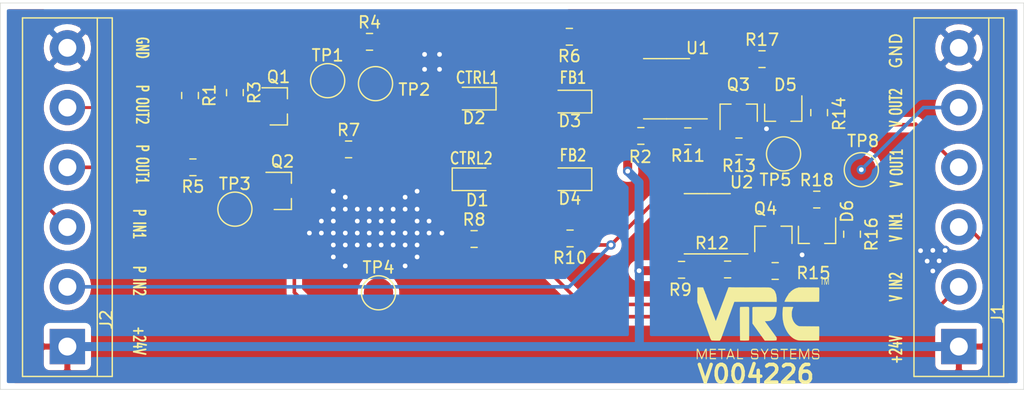
<source format=kicad_pcb>
(kicad_pcb (version 20171130) (host pcbnew "(5.1.6)-1")
  (layers (0 F.Cu signal) (31 B.Cu signal) (34 B.Paste user) (35 F.Paste user) (36 B.SilkS user) (37 F.SilkS user) (38 B.Mask user) (39 F.Mask user) (44 Edge.Cuts user))
  (net 0 "")
  (net 1 "Net-(D1-Pad2)")
  (net 2 "Net-(D2-Pad2)")
  (net 3 "Net-(D3-Pad2)")
  (net 4 "Net-(D4-Pad2)")
  (net 5 "Net-(J1-Pad2)")
  (net 6 "Net-(J1-Pad3)")
  (net 7 +24V)
  (net 8 "Net-(J1-Pad4)")
  (net 9 "Net-(J1-Pad5)")
  (net 10 GND)
  (net 11 "Net-(J2-Pad5)")
  (net 12 "Net-(J2-Pad4)")
  (net 13 "Net-(J2-Pad3)")
  (net 14 "Net-(J2-Pad2)")
  (net 15 "Net-(Q1-Pad1)")
  (net 16 "Net-(Q2-Pad1)")
  (net 17 "Net-(R11-Pad1)")
  (net 18 "Net-(R12-Pad1)")
  (net 19 "Net-(D5-Pad1)")
  (net 20 "Net-(D6-Pad1)")
  (net 21 "Net-(Q3-Pad3)")
  (net 22 "Net-(Q4-Pad3)")
  (module Resistor_SMD:R_0805_2012Metric_Pad1.15x1.40mm_HandSolder (layer F.Cu) (at 171.323 86.5632)
    (fp_text reference R18 (at 0 -1.65) (layer F.SilkS))
    (fp_text value 5k)
    (pad 2 smd roundrect (at 1.025 0) (size 1.15 1.4) (layers F.Cu F.Paste F.Mask) (roundrect_rratio 0.217391) (net 10 GND))
    (pad 1 smd roundrect (at -1.025 0) (size 1.15 1.4) (layers F.Cu F.Paste F.Mask) (roundrect_rratio 0.217391) (net 22 "Net-(Q4-Pad3)"))
  )
  (module Resistor_SMD:R_0805_2012Metric_Pad1.15x1.40mm_HandSolder (layer F.Cu) (at 166.6748 74.6252)
    (fp_text reference R17 (at 0 -1.65) (layer F.SilkS))
    (fp_text value 5k)
    (pad 2 smd roundrect (at 1.025 0) (size 1.15 1.4) (layers F.Cu F.Paste F.Mask) (roundrect_rratio 0.217391) (net 10 GND))
    (pad 1 smd roundrect (at -1.025 0) (size 1.15 1.4) (layers F.Cu F.Paste F.Mask) (roundrect_rratio 0.217391) (net 21 "Net-(Q3-Pad3)"))
  )
  (module Diode_SMD:D_SOT-23_ANK (layer F.Cu) (at 171.3484 89.535 270)
    (fp_text reference D6 (at -1.9812 -2.54 90) (layer F.SilkS))
    (fp_text value BZX84C5V1LT3G)
    (pad 1 smd rect (at 1 0 270) (size 0.9 0.8) (layers F.Cu F.Paste F.Mask) (net 20 "Net-(D6-Pad1)"))
    (pad "" smd rect (at -1 0.95 270) (size 0.9 0.8) (layers F.Cu F.Paste F.Mask))
    (pad 2 smd rect (at -1 -0.95 270) (size 0.9 0.8) (layers F.Cu F.Paste F.Mask) (net 10 GND))
  )
  (module Lib:VRCLogo (layer F.Cu) (at 166.1414 96.393)
    (fp_text reference LG1 hide)
    (fp_text value Logo hide)
  )
  (module Package_SO:Infineon_PG-DSO-8-27_3.9x4.9mm_EP2.65x3mm (layer F.Cu) (at 162.0266 88.6206 180)
    (fp_text reference U2 (at -2.921 3.5306 180) (layer F.SilkS))
    (fp_text value BTS4175SGA)
    (pad 8 smd roundrect (at 2.625 -1.905 180) (size 1.65 0.6) (layers F.Cu F.Paste F.Mask) (net 7 +24V))
    (pad 7 smd roundrect (at 2.625 -0.635 180) (size 1.65 0.6) (layers F.Cu F.Paste F.Mask) (net 7 +24V))
    (pad 6 smd roundrect (at 2.625 0.635 180) (size 1.65 0.6) (layers F.Cu F.Paste F.Mask) (net 7 +24V))
    (pad 5 smd roundrect (at 2.625 1.905 180) (size 1.65 0.6) (layers F.Cu F.Paste F.Mask) (net 7 +24V))
    (pad 4 smd roundrect (at -2.625 1.905 180) (size 1.65 0.6) (layers F.Cu F.Paste F.Mask) (net 10 GND))
    (pad 3 smd roundrect (at -2.625 0.635 180) (size 1.65 0.6) (layers F.Cu F.Paste F.Mask) (net 14 "Net-(J2-Pad2)"))
    (pad 2 smd roundrect (at -2.625 -0.635 180) (size 1.65 0.6) (layers F.Cu F.Paste F.Mask) (net 22 "Net-(Q4-Pad3)"))
    (pad 1 smd roundrect (at -2.625 -1.905 180) (size 1.65 0.6) (layers F.Cu F.Paste F.Mask) (net 18 "Net-(R12-Pad1)"))
  )
  (module Resistor_SMD:R_0805_2012Metric_Pad1.15x1.40mm_HandSolder (layer F.Cu) (at 174.3202 89.5096 270)
    (fp_text reference R16 (at 0 -1.65 90) (layer F.SilkS))
    (fp_text value 5k)
    (pad 2 smd roundrect (at 1.025 0 270) (size 1.15 1.4) (layers F.Cu F.Paste F.Mask) (roundrect_rratio 0.217391) (net 10 GND))
    (pad 1 smd roundrect (at -1.025 0 270) (size 1.15 1.4) (layers F.Cu F.Paste F.Mask) (roundrect_rratio 0.217391) (net 9 "Net-(J1-Pad5)"))
  )
  (module Resistor_SMD:R_0805_2012Metric_Pad1.15x1.40mm_HandSolder (layer F.Cu) (at 167.7924 92.6338 180)
    (fp_text reference R15 (at -3.2512 -0.1778) (layer F.SilkS))
    (fp_text value 5k)
    (pad 2 smd roundrect (at 1.025 0 180) (size 1.15 1.4) (layers F.Cu F.Paste F.Mask) (roundrect_rratio 0.217391) (net 20 "Net-(D6-Pad1)"))
    (pad 1 smd roundrect (at -1.025 0 180) (size 1.15 1.4) (layers F.Cu F.Paste F.Mask) (roundrect_rratio 0.217391) (net 9 "Net-(J1-Pad5)"))
  )
  (module Resistor_SMD:R_0805_2012Metric_Pad1.15x1.40mm_HandSolder (layer F.Cu) (at 171.5262 79.1718 90)
    (fp_text reference R14 (at -0.1016 1.7018 90) (layer F.SilkS))
    (fp_text value 5k)
    (pad 2 smd roundrect (at 1.025 0 90) (size 1.15 1.4) (layers F.Cu F.Paste F.Mask) (roundrect_rratio 0.217391) (net 10 GND))
    (pad 1 smd roundrect (at -1.025 0 90) (size 1.15 1.4) (layers F.Cu F.Paste F.Mask) (roundrect_rratio 0.217391) (net 8 "Net-(J1-Pad4)"))
  )
  (module Resistor_SMD:R_0805_2012Metric_Pad1.15x1.40mm_HandSolder (layer F.Cu) (at 164.719 82.042 180)
    (fp_text reference R13 (at 0 -1.65) (layer F.SilkS))
    (fp_text value 5k)
    (pad 2 smd roundrect (at 1.025 0 180) (size 1.15 1.4) (layers F.Cu F.Paste F.Mask) (roundrect_rratio 0.217391) (net 19 "Net-(D5-Pad1)"))
    (pad 1 smd roundrect (at -1.025 0 180) (size 1.15 1.4) (layers F.Cu F.Paste F.Mask) (roundrect_rratio 0.217391) (net 8 "Net-(J1-Pad4)"))
  )
  (module Resistor_SMD:R_0805_2012Metric_Pad1.15x1.40mm_HandSolder (layer F.Cu) (at 159.8422 92.5322)
    (fp_text reference R9 (at -0.1016 1.7018) (layer F.SilkS))
    (fp_text value 5k)
    (pad 1 smd roundrect (at -1.025 0) (size 1.15 1.4) (layers F.Cu F.Paste F.Mask) (roundrect_rratio 0.217391) (net 7 +24V))
    (pad 2 smd roundrect (at 1.025 0) (size 1.15 1.4) (layers F.Cu F.Paste F.Mask) (roundrect_rratio 0.217391) (net 22 "Net-(Q4-Pad3)"))
  )
  (module Resistor_SMD:R_0805_2012Metric_Pad1.15x1.40mm_HandSolder (layer F.Cu) (at 156.3878 81.153)
    (fp_text reference R2 (at -0.0508 1.778) (layer F.SilkS))
    (fp_text value 5k)
    (pad 1 smd roundrect (at -1.025 0) (size 1.15 1.4) (layers F.Cu F.Paste F.Mask) (roundrect_rratio 0.217391) (net 7 +24V))
    (pad 2 smd roundrect (at 1.025 0) (size 1.15 1.4) (layers F.Cu F.Paste F.Mask) (roundrect_rratio 0.217391) (net 21 "Net-(Q3-Pad3)"))
  )
  (module Package_TO_SOT_SMD:SOT-23 (layer F.Cu) (at 167.64 89.5858 90)
    (fp_text reference Q4 (at 2.2479 -0.6731 180) (layer F.SilkS))
    (fp_text value BSS138)
    (pad 1 smd rect (at -1 -0.95 90) (size 0.9 0.8) (layers F.Cu F.Paste F.Mask) (net 20 "Net-(D6-Pad1)"))
    (pad 2 smd rect (at -1 0.95 90) (size 0.9 0.8) (layers F.Cu F.Paste F.Mask) (net 10 GND))
    (pad 3 smd rect (at 1 0 90) (size 0.9 0.8) (layers F.Cu F.Paste F.Mask) (net 22 "Net-(Q4-Pad3)"))
  )
  (module Package_TO_SOT_SMD:SOT-23 (layer F.Cu) (at 164.6936 79.2066 90)
    (fp_text reference Q3 (at 2.413 -0.0254 180) (layer F.SilkS))
    (fp_text value BSS138)
    (pad 1 smd rect (at -1 -0.95 90) (size 0.9 0.8) (layers F.Cu F.Paste F.Mask) (net 19 "Net-(D5-Pad1)"))
    (pad 2 smd rect (at -1 0.95 90) (size 0.9 0.8) (layers F.Cu F.Paste F.Mask) (net 10 GND))
    (pad 3 smd rect (at 1 0 90) (size 0.9 0.8) (layers F.Cu F.Paste F.Mask) (net 21 "Net-(Q3-Pad3)"))
  )
  (module Diode_SMD:D_SOT-23_ANK (layer F.Cu) (at 168.4782 79.1464 270)
    (fp_text reference D5 (at -2.3368 -0.1778 180) (layer F.SilkS))
    (fp_text value ‎BZX84C5V1LT3G)
    (pad 2 smd rect (at -1 -0.95 270) (size 0.9 0.8) (layers F.Cu F.Paste F.Mask) (net 10 GND))
    (pad "" smd rect (at -1 0.95 270) (size 0.9 0.8) (layers F.Cu F.Paste F.Mask))
    (pad 1 smd rect (at 1 0 270) (size 0.9 0.8) (layers F.Cu F.Paste F.Mask) (net 19 "Net-(D5-Pad1)"))
  )
  (module Resistor_SMD:R_0805_2012Metric_Pad1.15x1.40mm_HandSolder (layer F.Cu) (at 163.7538 92.5068 180)
    (fp_text reference R12 (at 1.3208 2.2352) (layer F.SilkS))
    (fp_text value 150)
    (pad 2 smd roundrect (at 1.025 0 180) (size 1.15 1.4) (layers F.Cu F.Paste F.Mask) (roundrect_rratio 0.217391) (net 10 GND))
    (pad 1 smd roundrect (at -1.025 0 180) (size 1.15 1.4) (layers F.Cu F.Paste F.Mask) (roundrect_rratio 0.217391) (net 18 "Net-(R12-Pad1)"))
  )
  (module Resistor_SMD:R_0805_2012Metric_Pad1.15x1.40mm_HandSolder (layer F.Cu) (at 160.3756 81.1784 180)
    (fp_text reference R11 (at 0 -1.65) (layer F.SilkS))
    (fp_text value 150)
    (pad 2 smd roundrect (at 1.025 0 180) (size 1.15 1.4) (layers F.Cu F.Paste F.Mask) (roundrect_rratio 0.217391) (net 10 GND))
    (pad 1 smd roundrect (at -1.025 0 180) (size 1.15 1.4) (layers F.Cu F.Paste F.Mask) (roundrect_rratio 0.217391) (net 17 "Net-(R11-Pad1)"))
  )
  (module TerminalBlock:TerminalBlock_bornier-6_P5.08mm (layer F.Cu) (at 183.388 99.06 90)
    (fp_text reference J1 (at 2.794 3.302 90) (layer F.SilkS))
    (fp_text value Screw_Terminal_01x06)
    (pad 2 thru_hole circle (at 5.08 0 90) (size 3 3) (drill 1.52) (layers *.Cu *.Mask) (net 5 "Net-(J1-Pad2)"))
    (pad 3 thru_hole circle (at 10.16 0 90) (size 3 3) (drill 1.52) (layers *.Cu *.Mask) (net 6 "Net-(J1-Pad3)"))
    (pad 1 thru_hole rect (at 0 0 90) (size 3 3) (drill 1.52) (layers *.Cu *.Mask) (net 7 +24V))
    (pad 4 thru_hole circle (at 15.24 0 90) (size 3 3) (drill 1.52) (layers *.Cu *.Mask) (net 8 "Net-(J1-Pad4)"))
    (pad 5 thru_hole circle (at 20.32 0 90) (size 3 3) (drill 1.52) (layers *.Cu *.Mask) (net 9 "Net-(J1-Pad5)"))
    (pad 6 thru_hole circle (at 25.4 0 90) (size 3 3) (drill 1.52) (layers *.Cu *.Mask) (net 10 GND))
  )
  (module Package_SO:Infineon_PG-DSO-8-27_3.9x4.9mm_EP2.65x3mm (layer F.Cu) (at 158.5722 77.1398 180)
    (fp_text reference U1 (at -2.6416 3.4544 180) (layer F.SilkS))
    (fp_text value BTS4175SGA)
    (pad 8 smd roundrect (at 2.625 -1.905 180) (size 1.65 0.6) (layers F.Cu F.Paste F.Mask) (net 7 +24V))
    (pad 7 smd roundrect (at 2.625 -0.635 180) (size 1.65 0.6) (layers F.Cu F.Paste F.Mask) (net 7 +24V))
    (pad 6 smd roundrect (at 2.625 0.635 180) (size 1.65 0.6) (layers F.Cu F.Paste F.Mask) (net 7 +24V))
    (pad 5 smd roundrect (at 2.625 1.905 180) (size 1.65 0.6) (layers F.Cu F.Paste F.Mask) (net 7 +24V))
    (pad 4 smd roundrect (at -2.625 1.905 180) (size 1.65 0.6) (layers F.Cu F.Paste F.Mask) (net 10 GND))
    (pad 3 smd roundrect (at -2.625 0.635 180) (size 1.65 0.6) (layers F.Cu F.Paste F.Mask) (net 13 "Net-(J2-Pad3)"))
    (pad 2 smd roundrect (at -2.625 -0.635 180) (size 1.65 0.6) (layers F.Cu F.Paste F.Mask) (net 21 "Net-(Q3-Pad3)"))
    (pad 1 smd roundrect (at -2.625 -1.905 180) (size 1.65 0.6) (layers F.Cu F.Paste F.Mask) (net 17 "Net-(R11-Pad1)"))
  )
  (module Package_TO_SOT_SMD:SOT-23 (layer F.Cu) (at 125.9586 85.8266)
    (fp_text reference Q2 (at 0 -2.5) (layer F.SilkS))
    (fp_text value BSS138)
    (pad 3 smd rect (at 1 0) (size 0.9 0.8) (layers F.Cu F.Paste F.Mask) (net 6 "Net-(J1-Pad3)"))
    (pad 2 smd rect (at -1 0.95) (size 0.9 0.8) (layers F.Cu F.Paste F.Mask) (net 10 GND))
    (pad 1 smd rect (at -1 -0.95) (size 0.9 0.8) (layers F.Cu F.Paste F.Mask) (net 16 "Net-(Q2-Pad1)"))
  )
  (module Package_TO_SOT_SMD:SOT-23 (layer F.Cu) (at 125.619 78.6384)
    (fp_text reference Q1 (at 0 -2.5) (layer F.SilkS))
    (fp_text value BSS138)
    (pad 3 smd rect (at 1 0) (size 0.9 0.8) (layers F.Cu F.Paste F.Mask) (net 5 "Net-(J1-Pad2)"))
    (pad 2 smd rect (at -1 0.95) (size 0.9 0.8) (layers F.Cu F.Paste F.Mask) (net 10 GND))
    (pad 1 smd rect (at -1 -0.95) (size 0.9 0.8) (layers F.Cu F.Paste F.Mask) (net 15 "Net-(Q1-Pad1)"))
  )
  (module Resistor_SMD:R_0805_2012Metric_Pad1.15x1.40mm_HandSolder (layer F.Cu) (at 150.3172 72.7202 180)
    (fp_text reference R6 (at 0 -1.65) (layer F.SilkS))
    (fp_text value 5K)
    (pad 2 smd roundrect (at 1.025 0 180) (size 1.15 1.4) (layers F.Cu F.Paste F.Mask) (roundrect_rratio 0.217391) (net 3 "Net-(D3-Pad2)"))
    (pad 1 smd roundrect (at -1.025 0 180) (size 1.15 1.4) (layers F.Cu F.Paste F.Mask) (roundrect_rratio 0.217391) (net 13 "Net-(J2-Pad3)"))
  )
  (module TerminalBlock:TerminalBlock_bornier-6_P5.08mm (layer F.Cu) (at 107.696 99.06 90)
    (fp_text reference J2 (at 2.286 3.302 90) (layer F.SilkS))
    (fp_text value Screw_Terminal_01x06)
    (pad 6 thru_hole circle (at 25.4 0 90) (size 3 3) (drill 1.52) (layers *.Cu *.Mask) (net 10 GND))
    (pad 5 thru_hole circle (at 20.32 0 90) (size 3 3) (drill 1.52) (layers *.Cu *.Mask) (net 11 "Net-(J2-Pad5)"))
    (pad 4 thru_hole circle (at 15.24 0 90) (size 3 3) (drill 1.52) (layers *.Cu *.Mask) (net 12 "Net-(J2-Pad4)"))
    (pad 1 thru_hole rect (at 0 0 90) (size 3 3) (drill 1.52) (layers *.Cu *.Mask) (net 7 +24V))
    (pad 3 thru_hole circle (at 10.16 0 90) (size 3 3) (drill 1.52) (layers *.Cu *.Mask) (net 13 "Net-(J2-Pad3)"))
    (pad 2 thru_hole circle (at 5.08 0 90) (size 3 3) (drill 1.52) (layers *.Cu *.Mask) (net 14 "Net-(J2-Pad2)"))
  )
  (module TestPoint:TestPoint_Pad_D2.5mm (layer F.Cu) (at 175.1076 84.0232)
    (fp_text reference TP8 (at 0.1524 -2.4384) (layer F.SilkS))
    (fp_text value TestPoint)
    (pad 1 smd circle (at 0 0) (size 2.5 2.5) (layers F.Cu F.Mask) (net 9 "Net-(J1-Pad5)"))
  )
  (module TestPoint:TestPoint_Pad_D2.5mm (layer F.Cu) (at 168.5036 82.677)
    (fp_text reference TP5 (at -0.6858 2.2098) (layer F.SilkS))
    (fp_text value TestPoint)
    (pad 1 smd circle (at 0 0) (size 2.5 2.5) (layers F.Cu F.Mask) (net 8 "Net-(J1-Pad4)"))
  )
  (module TestPoint:TestPoint_Pad_D2.5mm (layer F.Cu) (at 134.112 94.488)
    (fp_text reference TP4 (at 0 -2.148) (layer F.SilkS))
    (fp_text value TestPoint)
    (pad 1 smd circle (at 0 0) (size 2.5 2.5) (layers F.Cu F.Mask) (net 6 "Net-(J1-Pad3)"))
  )
  (module TestPoint:TestPoint_Pad_D2.5mm (layer F.Cu) (at 121.92 87.376)
    (fp_text reference TP3 (at 0 -2.148) (layer F.SilkS))
    (fp_text value TestPoint)
    (pad 1 smd circle (at 0 0) (size 2.5 2.5) (layers F.Cu F.Mask) (net 16 "Net-(Q2-Pad1)"))
  )
  (module TestPoint:TestPoint_Pad_D2.5mm (layer F.Cu) (at 133.858 76.708)
    (fp_text reference TP2 (at 3.302 0.508) (layer F.SilkS))
    (fp_text value TestPoint)
    (pad 1 smd circle (at 0 0) (size 2.5 2.5) (layers F.Cu F.Mask) (net 5 "Net-(J1-Pad2)"))
  )
  (module TestPoint:TestPoint_Pad_D2.5mm (layer F.Cu) (at 129.794 76.454)
    (fp_text reference TP1 (at 0 -2.148) (layer F.SilkS))
    (fp_text value TestPoint)
    (pad 1 smd circle (at 0 0) (size 2.5 2.5) (layers F.Cu F.Mask) (net 15 "Net-(Q1-Pad1)"))
  )
  (module Resistor_SMD:R_0805_2012Metric_Pad1.15x1.40mm_HandSolder (layer F.Cu) (at 133.35 73.152)
    (fp_text reference R4 (at 0 -1.65) (layer F.SilkS))
    (fp_text value 5K)
    (pad 2 smd roundrect (at 1.025 0) (size 1.15 1.4) (layers F.Cu F.Paste F.Mask) (roundrect_rratio 0.217391) (net 1 "Net-(D1-Pad2)"))
    (pad 1 smd roundrect (at -1.025 0) (size 1.15 1.4) (layers F.Cu F.Paste F.Mask) (roundrect_rratio 0.217391) (net 11 "Net-(J2-Pad5)"))
  )
  (module Resistor_SMD:R_0805_2012Metric_Pad1.15x1.40mm_HandSolder (layer F.Cu) (at 131.572 82.296)
    (fp_text reference R7 (at 0 -1.65) (layer F.SilkS))
    (fp_text value 5K)
    (pad 2 smd roundrect (at 1.025 0) (size 1.15 1.4) (layers F.Cu F.Paste F.Mask) (roundrect_rratio 0.217391) (net 2 "Net-(D2-Pad2)"))
    (pad 1 smd roundrect (at -1.025 0) (size 1.15 1.4) (layers F.Cu F.Paste F.Mask) (roundrect_rratio 0.217391) (net 12 "Net-(J2-Pad4)"))
  )
  (module Resistor_SMD:R_0805_2012Metric_Pad1.15x1.40mm_HandSolder (layer F.Cu) (at 121.92 77.47 270)
    (fp_text reference R3 (at 0 -1.65 90) (layer F.SilkS))
    (fp_text value 5k)
    (pad 2 smd roundrect (at 1.025 0 270) (size 1.15 1.4) (layers F.Cu F.Paste F.Mask) (roundrect_rratio 0.217391) (net 10 GND))
    (pad 1 smd roundrect (at -1.025 0 270) (size 1.15 1.4) (layers F.Cu F.Paste F.Mask) (roundrect_rratio 0.217391) (net 15 "Net-(Q1-Pad1)"))
  )
  (module Diode_SMD:D_0805_2012Metric_Pad1.15x1.40mm_HandSolder (layer F.Cu) (at 142.231 84.836)
    (fp_text reference D1 (at 0.263 1.778) (layer F.SilkS))
    (fp_text value LED)
    (pad 1 smd roundrect (at -1.025 0) (size 1.15 1.4) (layers F.Cu F.Paste F.Mask) (roundrect_rratio 0.217391) (net 10 GND))
    (pad 2 smd roundrect (at 1.025 0) (size 1.15 1.4) (layers F.Cu F.Paste F.Mask) (roundrect_rratio 0.217391) (net 1 "Net-(D1-Pad2)"))
  )
  (module Diode_SMD:D_0805_2012Metric_Pad1.15x1.40mm_HandSolder (layer F.Cu) (at 142.231 77.978 180)
    (fp_text reference D2 (at 0 -1.65) (layer F.SilkS))
    (fp_text value LED)
    (pad 2 smd roundrect (at 1.025 0 180) (size 1.15 1.4) (layers F.Cu F.Paste F.Mask) (roundrect_rratio 0.217391) (net 2 "Net-(D2-Pad2)"))
    (pad 1 smd roundrect (at -1.025 0 180) (size 1.15 1.4) (layers F.Cu F.Paste F.Mask) (roundrect_rratio 0.217391) (net 10 GND))
  )
  (module Diode_SMD:D_0805_2012Metric_Pad1.15x1.40mm_HandSolder (layer F.Cu) (at 150.359 78.232 180)
    (fp_text reference D3 (at 0 -1.65) (layer F.SilkS))
    (fp_text value LED)
    (pad 1 smd roundrect (at -1.025 0 180) (size 1.15 1.4) (layers F.Cu F.Paste F.Mask) (roundrect_rratio 0.217391) (net 10 GND))
    (pad 2 smd roundrect (at 1.025 0 180) (size 1.15 1.4) (layers F.Cu F.Paste F.Mask) (roundrect_rratio 0.217391) (net 3 "Net-(D3-Pad2)"))
  )
  (module Diode_SMD:D_0805_2012Metric_Pad1.15x1.40mm_HandSolder (layer F.Cu) (at 150.359 84.836 180)
    (fp_text reference D4 (at 0 -1.65) (layer F.SilkS))
    (fp_text value LED)
    (pad 2 smd roundrect (at 1.025 0 180) (size 1.15 1.4) (layers F.Cu F.Paste F.Mask) (roundrect_rratio 0.217391) (net 4 "Net-(D4-Pad2)"))
    (pad 1 smd roundrect (at -1.025 0 180) (size 1.15 1.4) (layers F.Cu F.Paste F.Mask) (roundrect_rratio 0.217391) (net 10 GND))
  )
  (module Resistor_SMD:R_0805_2012Metric_Pad1.15x1.40mm_HandSolder (layer F.Cu) (at 118.11 77.715 270)
    (fp_text reference R1 (at 0 -1.65 90) (layer F.SilkS))
    (fp_text value 5K)
    (pad 1 smd roundrect (at -1.025 0 270) (size 1.15 1.4) (layers F.Cu F.Paste F.Mask) (roundrect_rratio 0.217391) (net 15 "Net-(Q1-Pad1)"))
    (pad 2 smd roundrect (at 1.025 0 270) (size 1.15 1.4) (layers F.Cu F.Paste F.Mask) (roundrect_rratio 0.217391) (net 11 "Net-(J2-Pad5)"))
  )
  (module Resistor_SMD:R_0805_2012Metric_Pad1.15x1.40mm_HandSolder (layer F.Cu) (at 118.355 83.82 180)
    (fp_text reference R5 (at 0 -1.65) (layer F.SilkS))
    (fp_text value 5K)
    (pad 2 smd roundrect (at 1.025 0 180) (size 1.15 1.4) (layers F.Cu F.Paste F.Mask) (roundrect_rratio 0.217391) (net 12 "Net-(J2-Pad4)"))
    (pad 1 smd roundrect (at -1.025 0 180) (size 1.15 1.4) (layers F.Cu F.Paste F.Mask) (roundrect_rratio 0.217391) (net 16 "Net-(Q2-Pad1)"))
  )
  (module Resistor_SMD:R_0805_2012Metric_Pad1.15x1.40mm_HandSolder (layer F.Cu) (at 142.231 89.916)
    (fp_text reference R8 (at 0 -1.65) (layer F.SilkS))
    (fp_text value 5k)
    (pad 1 smd roundrect (at -1.025 0) (size 1.15 1.4) (layers F.Cu F.Paste F.Mask) (roundrect_rratio 0.217391) (net 16 "Net-(Q2-Pad1)"))
    (pad 2 smd roundrect (at 1.025 0) (size 1.15 1.4) (layers F.Cu F.Paste F.Mask) (roundrect_rratio 0.217391) (net 10 GND))
  )
  (module Resistor_SMD:R_0805_2012Metric_Pad1.15x1.40mm_HandSolder (layer F.Cu) (at 150.377 89.8652 180)
    (fp_text reference R10 (at 0 -1.65) (layer F.SilkS))
    (fp_text value 5K)
    (pad 2 smd roundrect (at 1.025 0 180) (size 1.15 1.4) (layers F.Cu F.Paste F.Mask) (roundrect_rratio 0.217391) (net 4 "Net-(D4-Pad2)"))
    (pad 1 smd roundrect (at -1.025 0 180) (size 1.15 1.4) (layers F.Cu F.Paste F.Mask) (roundrect_rratio 0.217391) (net 14 "Net-(J2-Pad2)"))
  )
  (gr_text "V OUT1\n\n" (at 178.9176 83.8708 90) (layer F.SilkS) (effects (font (size 1 0.6))))
  (gr_text V004226 (at 166.1414 101.3968) (layer F.SilkS) (effects (font (size 1.5 1.5) (thickness 0.3))))
  (gr_text "FB1\n" (at 150.622 76.2) (layer F.SilkS) (effects (font (size 1 0.8))))
  (gr_text "FB2\n" (at 150.622 82.804) (layer F.SilkS) (effects (font (size 1 0.8))))
  (gr_text "CTRL1\n" (at 142.494 76.2) (layer F.SilkS) (effects (font (size 1 0.8))))
  (gr_text "CTRL2\n" (at 141.986 83.058) (layer F.SilkS) (effects (font (size 1 0.8))))
  (gr_text "GND\n" (at 178.054 73.914 90) (layer F.SilkS) (effects (font (size 1 1))))
  (gr_text "GND\n" (at 114.046 73.66 270) (layer F.SilkS) (effects (font (size 1 0.6))))
  (gr_text "+24V\n" (at 178.054 99.314 90) (layer F.SilkS) (effects (font (size 1 0.6))))
  (gr_text "+24V\n" (at 113.792 98.552 270) (layer F.SilkS) (effects (font (size 1 0.6))))
  (gr_text "V OUT2\n" (at 178.054 78.74 90) (layer F.SilkS) (effects (font (size 1 0.6))))
  (gr_text "V IN2\n" (at 178.054 93.98 90) (layer F.SilkS) (effects (font (size 1 0.6))))
  (gr_text "V IN1\n" (at 178.054 88.9 90) (layer F.SilkS) (effects (font (size 1 0.6))))
  (gr_text "P OUT2\n" (at 114.046 78.486 270) (layer F.SilkS) (effects (font (size 1 0.6))))
  (gr_text "P OUT1\n" (at 114.046 83.566 270) (layer F.SilkS) (effects (font (size 1 0.6))))
  (gr_text "P IN2\n" (at 113.792 93.472 270) (layer F.SilkS) (effects (font (size 1 0.6))))
  (gr_text "P IN1\n" (at 113.792 88.646 270) (layer F.SilkS) (effects (font (size 1 0.6))))
  (gr_line (start 188.9 69.85) (end 102 69.85) (layer Edge.Cuts) (width 0.05))
  (gr_line (start 188.9 102.7) (end 188.9 69.85) (layer Edge.Cuts) (width 0.05))
  (gr_line (start 102 102.7) (end 188.9 102.7) (layer Edge.Cuts) (width 0.05))
  (gr_line (start 102 69.85) (end 102 102.7) (layer Edge.Cuts) (width 0.05))
  (segment (start 134.375 73.152) (end 143.002 73.152) (width 0.3048) (layer F.Cu) (net 1))
  (segment (start 143.002 73.152) (end 145.542 75.692) (width 0.3048) (layer F.Cu) (net 1))
  (segment (start 145.542 82.55) (end 143.256 84.836) (width 0.3048) (layer F.Cu) (net 1))
  (segment (start 145.542 75.692) (end 145.542 82.55) (width 0.3048) (layer F.Cu) (net 1))
  (segment (start 136.888 82.296) (end 141.206 77.978) (width 0.3048) (layer F.Cu) (net 2))
  (segment (start 132.597 82.296) (end 136.888 82.296) (width 0.3048) (layer F.Cu) (net 2))
  (segment (start 149.334 72.762) (end 149.2922 72.7202) (width 0.3048) (layer F.Cu) (net 3))
  (segment (start 149.334 78.232) (end 149.334 72.762) (width 0.3048) (layer F.Cu) (net 3))
  (segment (start 149.334 89.8472) (end 149.352 89.8652) (width 0.3048) (layer F.Cu) (net 4))
  (segment (start 149.334 84.836) (end 149.334 89.8472) (width 0.3048) (layer F.Cu) (net 4))
  (segment (start 181.888001 95.479999) (end 151.385399 95.479999) (width 0.3048) (layer F.Cu) (net 5))
  (segment (start 183.388 93.98) (end 181.888001 95.479999) (width 0.3048) (layer F.Cu) (net 5))
  (segment (start 142.13341 77.27847) (end 141.56294 76.708) (width 0.3048) (layer F.Cu) (net 5))
  (segment (start 142.13341 86.22801) (end 142.13341 77.27847) (width 0.3048) (layer F.Cu) (net 5))
  (segment (start 141.56294 76.708) (end 133.858 76.708) (width 0.3048) (layer F.Cu) (net 5))
  (segment (start 151.385399 95.479999) (end 142.13341 86.22801) (width 0.3048) (layer F.Cu) (net 5))
  (segment (start 131.826 78.74) (end 133.858 76.708) (width 0.3048) (layer F.Cu) (net 5))
  (segment (start 127 78.74) (end 131.826 78.74) (width 0.3048) (layer F.Cu) (net 5))
  (segment (start 186.69 91.44) (end 184.15 88.9) (width 0.3048) (layer F.Cu) (net 6))
  (segment (start 126.968 85.918) (end 126.968 94.456) (width 0.3048) (layer F.Cu) (net 6))
  (segment (start 126.968 94.456) (end 129.032 96.52) (width 0.3048) (layer F.Cu) (net 6))
  (segment (start 184.658 96.52) (end 186.69 94.488) (width 0.3048) (layer F.Cu) (net 6))
  (segment (start 186.69 94.488) (end 186.69 91.44) (width 0.3048) (layer F.Cu) (net 6))
  (segment (start 134.112 96.266) (end 133.858 96.52) (width 0.3048) (layer F.Cu) (net 6))
  (segment (start 134.112 94.488) (end 134.112 96.266) (width 0.3048) (layer F.Cu) (net 6))
  (segment (start 129.032 96.52) (end 133.858 96.52) (width 0.3048) (layer F.Cu) (net 6))
  (segment (start 133.858 96.52) (end 184.658 96.52) (width 0.3048) (layer F.Cu) (net 6))
  (segment (start 164.338 99.06) (end 184.15 99.06) (width 0.762) (layer B.Cu) (net 7))
  (segment (start 106.68 99.06) (end 154.7495 99.06) (width 0.762) (layer B.Cu) (net 7))
  (segment (start 154.7495 99.06) (end 155.8544 99.06) (width 0.762) (layer B.Cu) (net 7))
  (segment (start 155.3628 79.6292) (end 155.9472 79.0448) (width 0.762) (layer F.Cu) (net 7))
  (segment (start 155.3628 81.153) (end 155.3628 79.6292) (width 0.762) (layer F.Cu) (net 7))
  (segment (start 155.9472 75.2348) (end 155.9472 79.0448) (width 0.762) (layer F.Cu) (net 7))
  (via (at 156.2354 92.6084) (size 0.8) (drill 0.4) (layers F.Cu B.Cu) (net 7))
  (segment (start 156.2608 99.06) (end 164.338 99.06) (width 0.762) (layer B.Cu) (net 7))
  (segment (start 156.2608 92.6338) (end 156.2354 92.6084) (width 0.762) (layer B.Cu) (net 7))
  (segment (start 156.2608 99.06) (end 156.2608 92.6338) (width 0.762) (layer B.Cu) (net 7))
  (segment (start 155.8544 99.06) (end 156.2608 99.06) (width 0.762) (layer B.Cu) (net 7))
  (via (at 155.2702 84.1502) (size 0.8) (drill 0.4) (layers F.Cu B.Cu) (net 7))
  (segment (start 156.2354 92.6084) (end 156.2354 85.1154) (width 0.762) (layer B.Cu) (net 7))
  (segment (start 156.2354 85.1154) (end 155.2702 84.1502) (width 0.762) (layer B.Cu) (net 7))
  (segment (start 155.2702 81.2456) (end 155.3628 81.153) (width 0.762) (layer F.Cu) (net 7))
  (segment (start 155.2702 84.1502) (end 155.2702 81.2456) (width 0.762) (layer F.Cu) (net 7))
  (segment (start 158.741 92.6084) (end 158.8172 92.5322) (width 0.762) (layer F.Cu) (net 7))
  (segment (start 156.2354 92.6084) (end 158.741 92.6084) (width 0.762) (layer F.Cu) (net 7))
  (segment (start 158.8172 87.3) (end 159.4016 86.7156) (width 0.762) (layer F.Cu) (net 7))
  (segment (start 159.4016 86.7156) (end 159.4016 90.5256) (width 0.762) (layer F.Cu) (net 7))
  (segment (start 158.8172 91.11) (end 159.4016 90.5256) (width 0.762) (layer F.Cu) (net 7))
  (segment (start 158.8172 92.5322) (end 158.8172 91.11) (width 0.762) (layer F.Cu) (net 7))
  (segment (start 183.0832 83.5152) (end 183.388 83.82) (width 0.3048) (layer F.Cu) (net 8))
  (segment (start 168.4782 82.6516) (end 168.5036 82.677) (width 0.3048) (layer F.Cu) (net 8))
  (segment (start 179.7144 80.1464) (end 183.388 83.82) (width 0.3048) (layer F.Cu) (net 8))
  (segment (start 165.744 82.042) (end 165.744 81.8552) (width 0.3048) (layer F.Cu) (net 8))
  (segment (start 170.9838 80.1968) (end 171.5262 80.1968) (width 0.3048) (layer F.Cu) (net 8))
  (segment (start 168.5036 82.677) (end 170.9838 80.1968) (width 0.3048) (layer F.Cu) (net 8))
  (segment (start 166.379 82.677) (end 165.744 82.042) (width 0.3048) (layer F.Cu) (net 8))
  (segment (start 168.5036 82.677) (end 166.379 82.677) (width 0.3048) (layer F.Cu) (net 8))
  (segment (start 179.664 80.1968) (end 179.7144 80.1464) (width 0.3048) (layer F.Cu) (net 8))
  (segment (start 171.5262 80.1968) (end 179.664 80.1968) (width 0.3048) (layer F.Cu) (net 8))
  (segment (start 168.8174 92.6338) (end 170.9293 92.6338) (width 0.3048) (layer F.Cu) (net 9))
  (segment (start 173.26779 89.53701) (end 174.3202 88.4846) (width 0.3048) (layer F.Cu) (net 9))
  (segment (start 173.26779 90.29531) (end 173.26779 89.53701) (width 0.3048) (layer F.Cu) (net 9))
  (segment (start 170.9293 92.6338) (end 173.26779 90.29531) (width 0.3048) (layer F.Cu) (net 9))
  (segment (start 175.1076 87.6972) (end 174.3202 88.4846) (width 0.3048) (layer F.Cu) (net 9))
  (segment (start 175.1076 84.0232) (end 175.1076 87.6972) (width 0.3048) (layer F.Cu) (net 9))
  (via (at 175.1076 84.0232) (size 0.8) (drill 0.4) (layers F.Cu B.Cu) (net 9))
  (segment (start 183.388 78.74) (end 180.3908 78.74) (width 0.3048) (layer B.Cu) (net 9))
  (segment (start 180.3908 78.74) (end 175.1076 84.0232) (width 0.3048) (layer B.Cu) (net 9))
  (via (at 180.1368 90.9066) (size 0.8) (drill 0.4) (layers F.Cu B.Cu) (net 10))
  (via (at 182.2196 90.8812) (size 0.8) (drill 0.4) (layers F.Cu B.Cu) (net 10))
  (via (at 181.7116 91.7702) (size 0.8) (drill 0.4) (layers F.Cu B.Cu) (net 10))
  (via (at 180.6956 91.7956) (size 0.8) (drill 0.4) (layers F.Cu B.Cu) (net 10))
  (via (at 181.1782 92.6338) (size 0.8) (drill 0.4) (layers F.Cu B.Cu) (net 10))
  (via (at 181.1782 90.8812) (size 0.8) (drill 0.4) (layers F.Cu B.Cu) (net 10))
  (segment (start 140.965 84.968) (end 141.097 84.836) (width 0.3048) (layer F.Cu) (net 10))
  (via (at 130.2766 85.852) (size 0.8) (drill 0.4) (layers F.Cu B.Cu) (net 10))
  (via (at 131.2926 86.36) (size 0.8) (drill 0.4) (layers F.Cu B.Cu) (net 10))
  (via (at 131.2926 87.376) (size 0.8) (drill 0.4) (layers F.Cu B.Cu) (net 10))
  (via (at 130.2766 87.376) (size 0.8) (drill 0.4) (layers F.Cu B.Cu) (net 10))
  (via (at 132.3086 87.376) (size 0.8) (drill 0.4) (layers F.Cu B.Cu) (net 10))
  (via (at 133.3246 87.376) (size 0.8) (drill 0.4) (layers F.Cu B.Cu) (net 10))
  (via (at 134.3406 87.376) (size 0.8) (drill 0.4) (layers F.Cu B.Cu) (net 10))
  (via (at 135.3566 87.376) (size 0.8) (drill 0.4) (layers F.Cu B.Cu) (net 10))
  (via (at 136.3726 87.376) (size 0.8) (drill 0.4) (layers F.Cu B.Cu) (net 10))
  (via (at 137.3886 87.376) (size 0.8) (drill 0.4) (layers F.Cu B.Cu) (net 10))
  (via (at 136.3726 86.36) (size 0.8) (drill 0.4) (layers F.Cu B.Cu) (net 10))
  (via (at 137.3886 85.852) (size 0.8) (drill 0.4) (layers F.Cu B.Cu) (net 10))
  (via (at 130.2766 88.392) (size 0.8) (drill 0.4) (layers F.Cu B.Cu) (net 10))
  (via (at 130.2766 89.408) (size 0.8) (drill 0.4) (layers F.Cu B.Cu) (net 10))
  (via (at 130.2766 90.424) (size 0.8) (drill 0.4) (layers F.Cu B.Cu) (net 10))
  (via (at 130.2766 91.44) (size 0.8) (drill 0.4) (layers F.Cu B.Cu) (net 10))
  (via (at 137.3886 88.392) (size 0.8) (drill 0.4) (layers F.Cu B.Cu) (net 10))
  (via (at 137.3886 89.408) (size 0.8) (drill 0.4) (layers F.Cu B.Cu) (net 10))
  (via (at 137.3886 90.424) (size 0.8) (drill 0.4) (layers F.Cu B.Cu) (net 10))
  (via (at 137.3886 91.44) (size 0.8) (drill 0.4) (layers F.Cu B.Cu) (net 10))
  (via (at 131.2926 90.424) (size 0.8) (drill 0.4) (layers F.Cu B.Cu) (net 10))
  (via (at 131.2926 92.202) (size 0.8) (drill 0.4) (layers F.Cu B.Cu) (net 10))
  (via (at 136.3726 90.424) (size 0.8) (drill 0.4) (layers F.Cu B.Cu) (net 10))
  (via (at 136.3726 92.202) (size 0.8) (drill 0.4) (layers F.Cu B.Cu) (net 10))
  (via (at 132.3086 90.424) (size 0.8) (drill 0.4) (layers F.Cu B.Cu) (net 10))
  (via (at 133.3246 90.424) (size 0.8) (drill 0.4) (layers F.Cu B.Cu) (net 10))
  (via (at 134.3406 90.424) (size 0.8) (drill 0.4) (layers F.Cu B.Cu) (net 10))
  (via (at 135.3566 90.424) (size 0.8) (drill 0.4) (layers F.Cu B.Cu) (net 10))
  (via (at 129.2606 89.408) (size 0.8) (drill 0.4) (layers F.Cu B.Cu) (net 10))
  (via (at 128.2446 89.408) (size 0.8) (drill 0.4) (layers F.Cu B.Cu) (net 10))
  (via (at 129.2606 88.392) (size 0.8) (drill 0.4) (layers F.Cu B.Cu) (net 10))
  (via (at 138.4046 88.392) (size 0.8) (drill 0.4) (layers F.Cu B.Cu) (net 10))
  (via (at 138.4046 89.408) (size 0.8) (drill 0.4) (layers F.Cu B.Cu) (net 10))
  (via (at 139.4968 89.408) (size 0.8) (drill 0.4) (layers F.Cu B.Cu) (net 10))
  (via (at 131.2926 89.408) (size 0.8) (drill 0.4) (layers F.Cu B.Cu) (net 10))
  (via (at 132.3086 89.408) (size 0.8) (drill 0.4) (layers F.Cu B.Cu) (net 10))
  (via (at 133.3246 89.408) (size 0.8) (drill 0.4) (layers F.Cu B.Cu) (net 10))
  (via (at 134.3406 89.408) (size 0.8) (drill 0.4) (layers F.Cu B.Cu) (net 10))
  (via (at 135.3566 89.408) (size 0.8) (drill 0.4) (layers F.Cu B.Cu) (net 10))
  (via (at 136.3726 89.408) (size 0.8) (drill 0.4) (layers F.Cu B.Cu) (net 10))
  (via (at 132.3086 88.392) (size 0.8) (drill 0.4) (layers F.Cu B.Cu) (net 10))
  (via (at 133.3246 88.392) (size 0.8) (drill 0.4) (layers F.Cu B.Cu) (net 10))
  (via (at 134.3406 88.392) (size 0.8) (drill 0.4) (layers F.Cu B.Cu) (net 10))
  (via (at 135.3566 88.392) (size 0.8) (drill 0.4) (layers F.Cu B.Cu) (net 10))
  (via (at 138.0236 74.2188) (size 0.8) (drill 0.4) (layers F.Cu B.Cu) (net 10))
  (via (at 138.0236 75.4888) (size 0.8) (drill 0.4) (layers F.Cu B.Cu) (net 10))
  (via (at 139.2936 75.4888) (size 0.8) (drill 0.4) (layers F.Cu B.Cu) (net 10))
  (via (at 139.2936 74.2188) (size 0.8) (drill 0.4) (layers F.Cu B.Cu) (net 10))
  (via (at 167.0558 80.5434) (size 0.8) (drill 0.4) (layers F.Cu B.Cu) (net 10))
  (via (at 170.0784 91.2622) (size 0.8) (drill 0.4) (layers F.Cu B.Cu) (net 10))
  (segment (start 132.325 73.152) (end 119.126 73.152) (width 0.25) (layer F.Cu) (net 11))
  (segment (start 116.332 75.946) (end 116.332 78.74) (width 0.25) (layer F.Cu) (net 11))
  (segment (start 119.126 73.152) (end 116.332 75.946) (width 0.25) (layer F.Cu) (net 11))
  (segment (start 106.68 78.74) (end 116.332 78.74) (width 0.25) (layer F.Cu) (net 11))
  (segment (start 116.332 78.74) (end 117.856 78.74) (width 0.25) (layer F.Cu) (net 11))
  (segment (start 116.586 83.82) (end 106.68 83.82) (width 0.3048) (layer F.Cu) (net 12))
  (segment (start 117.33 82.822) (end 117.33 83.82) (width 0.3048) (layer F.Cu) (net 12))
  (segment (start 130.547 82.296) (end 117.856 82.296) (width 0.3048) (layer F.Cu) (net 12))
  (segment (start 117.856 82.296) (end 117.33 82.822) (width 0.3048) (layer F.Cu) (net 12))
  (segment (start 116.586 83.82) (end 117.33 83.82) (width 0.3048) (layer F.Cu) (net 12))
  (segment (start 106.5276 70.7644) (end 149.3864 70.7644) (width 0.3048) (layer F.Cu) (net 13))
  (segment (start 104.3432 72.9488) (end 106.5276 70.7644) (width 0.3048) (layer F.Cu) (net 13))
  (segment (start 104.3432 85.5472) (end 104.3432 72.9488) (width 0.3048) (layer F.Cu) (net 13))
  (segment (start 149.3864 70.7644) (end 151.3422 72.7202) (width 0.3048) (layer F.Cu) (net 13))
  (segment (start 107.696 88.9) (end 104.3432 85.5472) (width 0.3048) (layer F.Cu) (net 13))
  (segment (start 161.1972 76.5048) (end 160.6804 76.5048) (width 0.3048) (layer F.Cu) (net 13))
  (segment (start 160.6804 76.5048) (end 157.032399 72.856799) (width 0.3048) (layer F.Cu) (net 13))
  (segment (start 151.478799 72.856799) (end 151.3422 72.7202) (width 0.3048) (layer F.Cu) (net 13))
  (segment (start 157.032399 72.856799) (end 151.478799 72.856799) (width 0.3048) (layer F.Cu) (net 13))
  (segment (start 163.8776 87.9852) (end 164.7026 87.9852) (width 0.3048) (layer F.Cu) (net 14))
  (segment (start 107.696 93.98) (end 150.2918 93.98) (width 0.3048) (layer B.Cu) (net 14))
  (via (at 153.8478 90.424) (size 0.8) (drill 0.4) (layers F.Cu B.Cu) (net 14))
  (segment (start 150.2918 93.98) (end 153.8478 90.424) (width 0.3048) (layer B.Cu) (net 14))
  (segment (start 151.9608 90.424) (end 151.402 89.8652) (width 0.3048) (layer F.Cu) (net 14))
  (segment (start 153.8478 90.424) (end 151.9608 90.424) (width 0.3048) (layer F.Cu) (net 14))
  (segment (start 164.6516 87.9856) (end 163.8266 87.9856) (width 0.3048) (layer F.Cu) (net 14))
  (segment (start 163.8266 87.9856) (end 160.9818 85.1408) (width 0.3048) (layer F.Cu) (net 14))
  (segment (start 159.131 85.1408) (end 153.8478 90.424) (width 0.3048) (layer F.Cu) (net 14))
  (segment (start 160.9818 85.1408) (end 159.131 85.1408) (width 0.3048) (layer F.Cu) (net 14))
  (segment (start 118.337 76.463) (end 118.11 76.69) (width 0.25) (layer F.Cu) (net 15))
  (segment (start 122.428 76.463) (end 118.337 76.463) (width 0.25) (layer F.Cu) (net 15))
  (segment (start 122.428 76.463) (end 122.428 76.472) (width 0.25) (layer F.Cu) (net 15))
  (segment (start 123.764 77.79) (end 125 77.79) (width 0.25) (layer F.Cu) (net 15))
  (segment (start 122.437 76.463) (end 123.764 77.79) (width 0.25) (layer F.Cu) (net 15))
  (segment (start 126.336 76.454) (end 125 77.79) (width 0.3048) (layer F.Cu) (net 15))
  (segment (start 129.794 76.454) (end 126.336 76.454) (width 0.3048) (layer F.Cu) (net 15))
  (segment (start 137.069554 84.14) (end 125.796 84.14) (width 0.3048) (layer F.Cu) (net 16))
  (segment (start 141.206 88.276446) (end 137.069554 84.14) (width 0.3048) (layer F.Cu) (net 16))
  (segment (start 141.206 89.916) (end 141.206 88.276446) (width 0.3048) (layer F.Cu) (net 16))
  (segment (start 124.328 84.968) (end 124.968 84.968) (width 0.3048) (layer F.Cu) (net 16))
  (segment (start 121.92 87.376) (end 124.328 84.968) (width 0.3048) (layer F.Cu) (net 16))
  (segment (start 119.38 83.82) (end 123.82 83.82) (width 0.3048) (layer F.Cu) (net 16))
  (segment (start 123.82 83.82) (end 124.968 84.968) (width 0.3048) (layer F.Cu) (net 16))
  (segment (start 125.796 84.14) (end 124.968 84.968) (width 0.3048) (layer F.Cu) (net 16))
  (segment (start 161.1972 80.975) (end 161.4006 81.1784) (width 0.508) (layer F.Cu) (net 17))
  (segment (start 161.1972 79.0448) (end 161.1972 80.975) (width 0.508) (layer F.Cu) (net 17))
  (segment (start 164.7788 90.6528) (end 164.6516 90.5256) (width 0.3048) (layer F.Cu) (net 18))
  (segment (start 164.7788 92.5068) (end 164.7788 90.6528) (width 0.3048) (layer F.Cu) (net 18))
  (segment (start 168.4782 80.1464) (end 168.8752 80.1464) (width 0.3048) (layer F.Cu) (net 19))
  (segment (start 163.7436 81.9924) (end 163.694 82.042) (width 0.3048) (layer F.Cu) (net 19))
  (segment (start 163.7436 80.2066) (end 163.7436 81.9924) (width 0.3048) (layer F.Cu) (net 19))
  (segment (start 163.7436 80.2066) (end 164.8165 79.1337) (width 0.3048) (layer F.Cu) (net 19))
  (segment (start 167.4655 79.1337) (end 168.4782 80.1464) (width 0.3048) (layer F.Cu) (net 19))
  (segment (start 164.8165 79.1337) (end 167.4655 79.1337) (width 0.3048) (layer F.Cu) (net 19))
  (segment (start 166.69 92.5564) (end 166.7674 92.6338) (width 0.3048) (layer F.Cu) (net 20))
  (segment (start 166.69 90.5858) (end 166.69 92.5564) (width 0.3048) (layer F.Cu) (net 20))
  (segment (start 166.69 90.5858) (end 166.9321 90.5858) (width 0.3048) (layer F.Cu) (net 20))
  (segment (start 170.596799 89.783399) (end 171.3484 90.535) (width 0.3048) (layer F.Cu) (net 20))
  (segment (start 167.734501 89.783399) (end 170.596799 89.783399) (width 0.3048) (layer F.Cu) (net 20))
  (segment (start 166.9321 90.5858) (end 167.734501 89.783399) (width 0.3048) (layer F.Cu) (net 20))
  (segment (start 161.629 78.2066) (end 161.1972 77.7748) (width 0.3048) (layer F.Cu) (net 21))
  (segment (start 164.6936 78.2066) (end 161.629 78.2066) (width 0.3048) (layer F.Cu) (net 21))
  (segment (start 160.791 77.7748) (end 161.1972 77.7748) (width 0.3048) (layer F.Cu) (net 21))
  (segment (start 157.4128 81.153) (end 160.791 77.7748) (width 0.3048) (layer F.Cu) (net 21))
  (segment (start 165.6498 77.2504) (end 164.6936 78.2066) (width 0.3048) (layer F.Cu) (net 21))
  (segment (start 165.6498 74.6252) (end 165.6498 77.2504) (width 0.3048) (layer F.Cu) (net 21))
  (segment (start 164.1438 89.2556) (end 160.8672 92.5322) (width 0.3048) (layer F.Cu) (net 22))
  (segment (start 164.6516 89.2556) (end 164.1438 89.2556) (width 0.3048) (layer F.Cu) (net 22))
  (segment (start 170.298 87.2632) (end 168.9754 88.5858) (width 0.3048) (layer F.Cu) (net 22))
  (segment (start 168.9754 88.5858) (end 167.64 88.5858) (width 0.3048) (layer F.Cu) (net 22))
  (segment (start 170.298 86.5632) (end 170.298 87.2632) (width 0.3048) (layer F.Cu) (net 22))
  (segment (start 166.9702 89.2556) (end 167.64 88.5858) (width 0.3048) (layer F.Cu) (net 22))
  (segment (start 164.6516 89.2556) (end 166.9702 89.2556) (width 0.3048) (layer F.Cu) (net 22))
  (zone (net 10) (net_name GND) (layer F.Cu) (connect_pads (clearance 0.508)) (min_thickness 0.254) (fill yes (arc_segments 32) (thermal_gap 0.508) (thermal_bridge_width 0.508))
    (polygon (pts (xy 188.468 99.568) (xy 102.6795 99.5045) (xy 102.616 69.596) (xy 188.468 69.596)))
  )
  (zone (net 10) (net_name GND) (layer B.Cu) (connect_pads (clearance 0.508)) (min_thickness 0.254) (fill yes (arc_segments 32) (thermal_gap 0.508) (thermal_bridge_width 0.508))
    (polygon (pts (xy 188.6585 103.1875) (xy 102.5525 103.1875) (xy 102.5525 69.596) (xy 188.6585 69.596)))
  )
  (zone (net 7) (net_name +24V) (layer F.Cu) (priority 1) (connect_pads (clearance 0.508)) (min_thickness 0.254) (fill yes (arc_segments 32) (thermal_gap 0.508) (thermal_bridge_width 0.508))
    (polygon (pts (xy 187.706 102.87) (xy 103.124 103.124) (xy 103.124 97.282) (xy 187.706 97.282)))
  )
)
</source>
